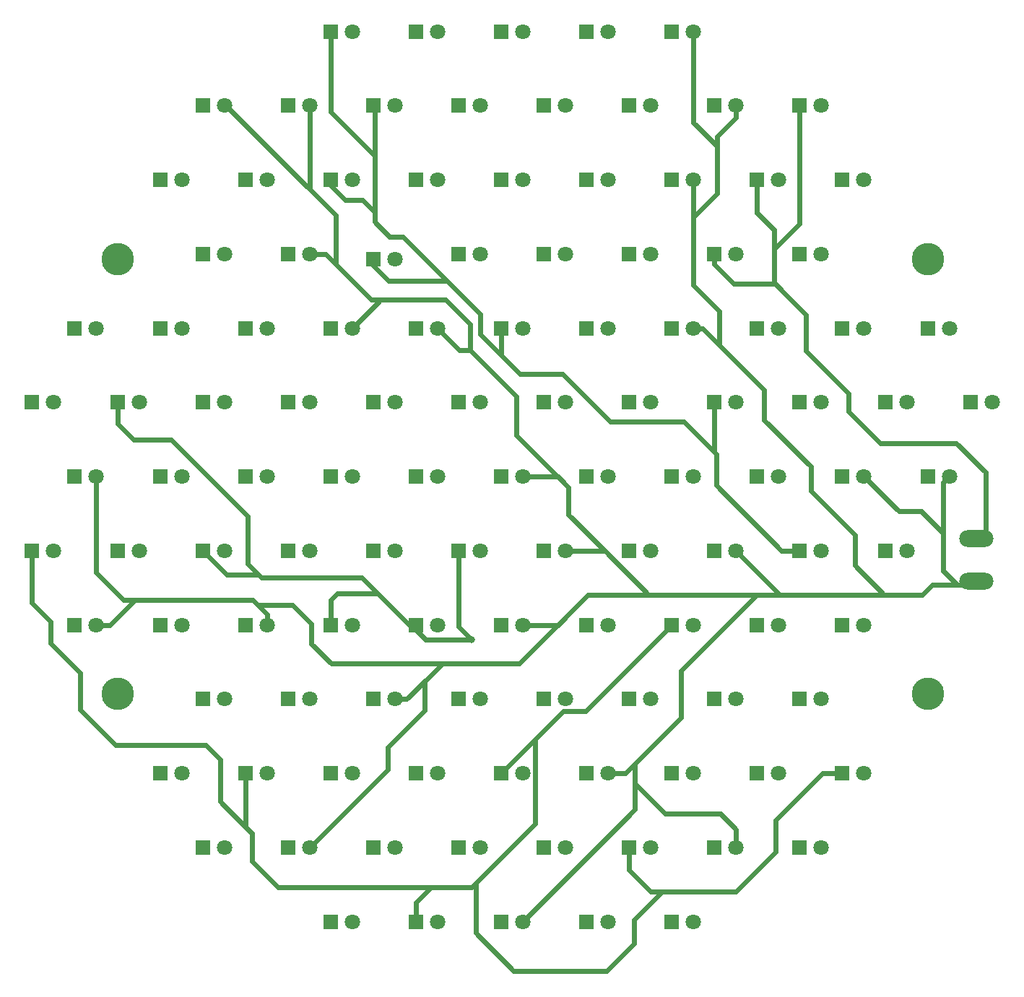
<source format=gbl>
G04 #@! TF.GenerationSoftware,KiCad,Pcbnew,7.0.5-7.0.5~ubuntu20.04.1*
G04 #@! TF.CreationDate,2023-12-18T21:42:52-03:00*
G04 #@! TF.ProjectId,LEDS,4c454453-2e6b-4696-9361-645f70636258,rev?*
G04 #@! TF.SameCoordinates,Original*
G04 #@! TF.FileFunction,Copper,L2,Bot*
G04 #@! TF.FilePolarity,Positive*
%FSLAX46Y46*%
G04 Gerber Fmt 4.6, Leading zero omitted, Abs format (unit mm)*
G04 Created by KiCad (PCBNEW 7.0.5-7.0.5~ubuntu20.04.1) date 2023-12-18 21:42:52*
%MOMM*%
%LPD*%
G01*
G04 APERTURE LIST*
G04 #@! TA.AperFunction,ComponentPad*
%ADD10O,4.000000X2.000000*%
G04 #@! TD*
G04 #@! TA.AperFunction,ComponentPad*
%ADD11R,1.800000X1.800000*%
G04 #@! TD*
G04 #@! TA.AperFunction,ComponentPad*
%ADD12C,1.800000*%
G04 #@! TD*
G04 #@! TA.AperFunction,ViaPad*
%ADD13C,3.800000*%
G04 #@! TD*
G04 #@! TA.AperFunction,ViaPad*
%ADD14C,0.800000*%
G04 #@! TD*
G04 #@! TA.AperFunction,Conductor*
%ADD15C,0.609600*%
G04 #@! TD*
G04 APERTURE END LIST*
D10*
X155750000Y-112250000D03*
X155750000Y-107250000D03*
D11*
X65000000Y-143500000D03*
D12*
X67540000Y-143500000D03*
D11*
X50000000Y-100000000D03*
D12*
X52540000Y-100000000D03*
D11*
X115000000Y-108700000D03*
D12*
X117540000Y-108700000D03*
D11*
X100000000Y-100000000D03*
D12*
X102540000Y-100000000D03*
D11*
X85000000Y-143500000D03*
D12*
X87540000Y-143500000D03*
D11*
X120000000Y-47800000D03*
D12*
X122540000Y-47800000D03*
D11*
X60000000Y-65200000D03*
D12*
X62540000Y-65200000D03*
D11*
X75000000Y-108700000D03*
D12*
X77540000Y-108700000D03*
D11*
X75000000Y-73900000D03*
D12*
X77540000Y-73900000D03*
D11*
X80000000Y-152200000D03*
D12*
X82540000Y-152200000D03*
D11*
X80000000Y-134800000D03*
D12*
X82540000Y-134800000D03*
D11*
X90000000Y-117400000D03*
D12*
X92540000Y-117400000D03*
D11*
X95000000Y-73900000D03*
D12*
X97540000Y-73900000D03*
D11*
X135000000Y-143500000D03*
D12*
X137540000Y-143500000D03*
D11*
X55000000Y-91300000D03*
D12*
X57540000Y-91300000D03*
D11*
X70000000Y-100000000D03*
D12*
X72540000Y-100000000D03*
D11*
X50000000Y-117400000D03*
D12*
X52540000Y-117400000D03*
D11*
X150000000Y-82600000D03*
D12*
X152540000Y-82600000D03*
D11*
X125000000Y-91300000D03*
D12*
X127540000Y-91300000D03*
D11*
X90000000Y-100000000D03*
D12*
X92540000Y-100000000D03*
D11*
X85000000Y-91300000D03*
D12*
X87540000Y-91300000D03*
D11*
X120000000Y-152200000D03*
D12*
X122540000Y-152200000D03*
D11*
X115000000Y-56500000D03*
D12*
X117540000Y-56500000D03*
D11*
X95000000Y-56500000D03*
D12*
X97540000Y-56500000D03*
D11*
X90000000Y-47800000D03*
D12*
X92540000Y-47800000D03*
D11*
X60000000Y-117400000D03*
D12*
X62540000Y-117400000D03*
D11*
X130000000Y-117400000D03*
D12*
X132540000Y-117400000D03*
D11*
X145000000Y-91300000D03*
D12*
X147540000Y-91300000D03*
D11*
X50000000Y-82600000D03*
D12*
X52540000Y-82600000D03*
D11*
X110000000Y-82600000D03*
D12*
X112540000Y-82600000D03*
D11*
X125000000Y-126100000D03*
D12*
X127540000Y-126100000D03*
D11*
X65000000Y-126100000D03*
D12*
X67540000Y-126100000D03*
D11*
X65000000Y-73900000D03*
D12*
X67540000Y-73900000D03*
D11*
X105000000Y-108700000D03*
D12*
X107540000Y-108700000D03*
D11*
X110000000Y-152200000D03*
D12*
X112540000Y-152200000D03*
D11*
X110000000Y-47800000D03*
D12*
X112540000Y-47800000D03*
D11*
X70000000Y-117400000D03*
D12*
X72540000Y-117400000D03*
D11*
X75000000Y-91300000D03*
D12*
X77540000Y-91300000D03*
D11*
X85000000Y-126100000D03*
D12*
X87540000Y-126100000D03*
D11*
X120000000Y-134800000D03*
D12*
X122540000Y-134800000D03*
D11*
X90000000Y-134800000D03*
D12*
X92540000Y-134800000D03*
D11*
X65000000Y-91300000D03*
D12*
X67540000Y-91300000D03*
D11*
X80000000Y-82600000D03*
D12*
X82540000Y-82600000D03*
D11*
X105000000Y-91300000D03*
D12*
X107540000Y-91300000D03*
D11*
X80000000Y-65200000D03*
D12*
X82540000Y-65200000D03*
D11*
X125000000Y-73900000D03*
D12*
X127540000Y-73900000D03*
D11*
X110000000Y-65200000D03*
D12*
X112540000Y-65200000D03*
D11*
X110000000Y-100000000D03*
D12*
X112540000Y-100000000D03*
D11*
X125000000Y-143500000D03*
D12*
X127540000Y-143500000D03*
D11*
X100000000Y-117400000D03*
D12*
X102540000Y-117400000D03*
D11*
X55000000Y-108700000D03*
D12*
X57540000Y-108700000D03*
D11*
X45000000Y-108700000D03*
D12*
X47540000Y-108700000D03*
D11*
X65000000Y-108700000D03*
D12*
X67540000Y-108700000D03*
D11*
X85000000Y-56500000D03*
D12*
X87540000Y-56500000D03*
D11*
X115000000Y-91300000D03*
D12*
X117540000Y-91300000D03*
D11*
X120000000Y-65200000D03*
D12*
X122540000Y-65200000D03*
D11*
X130000000Y-100000000D03*
D12*
X132540000Y-100000000D03*
D11*
X60000000Y-100000000D03*
D12*
X62540000Y-100000000D03*
D11*
X70000000Y-134800000D03*
D12*
X72540000Y-134800000D03*
D11*
X75000000Y-126100000D03*
D12*
X77540000Y-126100000D03*
D11*
X115000000Y-126100000D03*
D12*
X117540000Y-126100000D03*
D11*
X100000000Y-65200000D03*
D12*
X102540000Y-65200000D03*
D11*
X95000000Y-91300000D03*
D12*
X97540000Y-91300000D03*
D11*
X140000000Y-82600000D03*
D12*
X142540000Y-82600000D03*
D11*
X70000000Y-82600000D03*
D12*
X72540000Y-82600000D03*
D11*
X90000000Y-65200000D03*
D12*
X92540000Y-65200000D03*
D11*
X135000000Y-91300000D03*
D12*
X137540000Y-91300000D03*
D11*
X80000000Y-47800000D03*
D12*
X82540000Y-47800000D03*
D11*
X110000000Y-117400000D03*
D12*
X112540000Y-117400000D03*
D11*
X125000000Y-108700000D03*
D12*
X127540000Y-108700000D03*
D11*
X60000000Y-134800000D03*
D12*
X62540000Y-134800000D03*
D11*
X120000000Y-100000000D03*
D12*
X122540000Y-100000000D03*
D11*
X130000000Y-65200000D03*
D12*
X132540000Y-65200000D03*
D11*
X115000000Y-143500000D03*
D12*
X117540000Y-143500000D03*
D11*
X100000000Y-134800000D03*
D12*
X102540000Y-134800000D03*
D11*
X135000000Y-73900000D03*
D12*
X137540000Y-73900000D03*
D11*
X135000000Y-56500000D03*
D12*
X137540000Y-56500000D03*
D11*
X110000000Y-134800000D03*
D12*
X112540000Y-134800000D03*
D11*
X60000000Y-82600000D03*
D12*
X62540000Y-82600000D03*
D11*
X90000000Y-152200000D03*
D12*
X92540000Y-152200000D03*
D11*
X105000000Y-126100000D03*
D12*
X107540000Y-126100000D03*
D11*
X75000000Y-56500000D03*
D12*
X77540000Y-56500000D03*
D11*
X115000000Y-73900000D03*
D12*
X117540000Y-73900000D03*
D11*
X140000000Y-134800000D03*
D12*
X142540000Y-134800000D03*
D11*
X120000000Y-117400000D03*
D12*
X122540000Y-117400000D03*
D11*
X80000000Y-117400000D03*
D12*
X82540000Y-117400000D03*
D11*
X130000000Y-82600000D03*
D12*
X132540000Y-82600000D03*
D11*
X95000000Y-126100000D03*
D12*
X97540000Y-126100000D03*
D11*
X85000000Y-74550000D03*
D12*
X87540000Y-74550000D03*
D11*
X75000000Y-143500000D03*
D12*
X77540000Y-143500000D03*
D11*
X100000000Y-47800000D03*
D12*
X102540000Y-47800000D03*
D11*
X100000000Y-82600000D03*
D12*
X102540000Y-82600000D03*
D11*
X65000000Y-56500000D03*
D12*
X67540000Y-56500000D03*
D11*
X105000000Y-56500000D03*
D12*
X107540000Y-56500000D03*
D11*
X140000000Y-100000000D03*
D12*
X142540000Y-100000000D03*
D11*
X135000000Y-108700000D03*
D12*
X137540000Y-108700000D03*
D11*
X150000000Y-100000000D03*
D12*
X152540000Y-100000000D03*
D11*
X100000000Y-152200000D03*
D12*
X102540000Y-152200000D03*
D11*
X70000000Y-65200000D03*
D12*
X72540000Y-65200000D03*
D11*
X155000000Y-91300000D03*
D12*
X157540000Y-91300000D03*
D11*
X130000000Y-134800000D03*
D12*
X132540000Y-134800000D03*
D11*
X80000000Y-100000000D03*
D12*
X82540000Y-100000000D03*
D11*
X85000000Y-108700000D03*
D12*
X87540000Y-108700000D03*
D11*
X145000000Y-108700000D03*
D12*
X147540000Y-108700000D03*
D11*
X125000000Y-56500000D03*
D12*
X127540000Y-56500000D03*
D11*
X90000000Y-82600000D03*
D12*
X92540000Y-82600000D03*
D11*
X140000000Y-117400000D03*
D12*
X142540000Y-117400000D03*
D11*
X120000000Y-82600000D03*
D12*
X122540000Y-82600000D03*
D11*
X45000000Y-91300000D03*
D12*
X47540000Y-91300000D03*
D11*
X140000000Y-65200000D03*
D12*
X142540000Y-65200000D03*
D11*
X95000000Y-143500000D03*
D12*
X97540000Y-143500000D03*
D11*
X105000000Y-73900000D03*
D12*
X107540000Y-73900000D03*
D11*
X135000000Y-126100000D03*
D12*
X137540000Y-126100000D03*
D11*
X95000000Y-108700000D03*
D12*
X97540000Y-108700000D03*
D11*
X105000000Y-143500000D03*
D12*
X107540000Y-143500000D03*
D13*
X55000000Y-74500000D03*
X150000000Y-74500000D03*
X150000000Y-125500000D03*
X55000000Y-125500000D03*
D14*
X96500000Y-119100000D03*
D15*
X102100000Y-121950000D02*
X107625000Y-116425000D01*
X107625000Y-116425000D02*
X110200000Y-113850000D01*
X102540000Y-117400000D02*
X106650000Y-117400000D01*
X106650000Y-117400000D02*
X107625000Y-116425000D01*
X94550000Y-77950000D02*
X97550000Y-80950000D01*
X97550000Y-80950000D02*
X97550000Y-83300000D01*
X97550000Y-83300000D02*
X100075000Y-85825000D01*
X87000000Y-79250000D02*
X93450000Y-79250000D01*
X93450000Y-79250000D02*
X96350000Y-82150000D01*
X96350000Y-82150000D02*
X96350000Y-85150000D01*
X125000000Y-73900000D02*
X125000000Y-75100000D01*
X127300000Y-77400000D02*
X132150000Y-77400000D01*
X125000000Y-75100000D02*
X127300000Y-77400000D01*
X132150000Y-77400000D02*
X132875000Y-78125000D01*
X132000000Y-77250000D02*
X132875000Y-78125000D01*
X132875000Y-78125000D02*
X135750000Y-81000000D01*
X132000000Y-73350000D02*
X132000000Y-74350000D01*
X132000000Y-74350000D02*
X132000000Y-77250000D01*
X130000000Y-65200000D02*
X130000000Y-69050000D01*
X130000000Y-69050000D02*
X132000000Y-71050000D01*
X132000000Y-71050000D02*
X132000000Y-74350000D01*
X112150000Y-108700000D02*
X112350000Y-108900000D01*
X122540000Y-58490000D02*
X125300000Y-61250000D01*
X77750000Y-117300000D02*
X77750000Y-119600000D01*
X70850000Y-114450000D02*
X72540000Y-116140000D01*
X80600000Y-69350000D02*
X80600000Y-75100000D01*
X115700000Y-136000000D02*
X115700000Y-133650000D01*
X110200000Y-113850000D02*
X117300000Y-113850000D01*
X95090000Y-85150000D02*
X96350000Y-85150000D01*
X125600000Y-80600000D02*
X125600000Y-84200000D01*
X52540000Y-111240000D02*
X55750000Y-114450000D01*
X106650000Y-100000000D02*
X107400000Y-100750000D01*
X152540000Y-100000000D02*
X151850000Y-100690000D01*
X75550000Y-115100000D02*
X77750000Y-117300000D01*
X125600000Y-84550000D02*
X130850000Y-89800000D01*
X84750000Y-79250000D02*
X87000000Y-79250000D01*
X132690000Y-113850000D02*
X127540000Y-108700000D01*
X67540000Y-56410000D02*
X67600000Y-56350000D01*
X91000000Y-124050000D02*
X91250000Y-123800000D01*
X122540000Y-69240000D02*
X122700000Y-69400000D01*
X127540000Y-143500000D02*
X127540000Y-141390000D01*
X86700000Y-134340000D02*
X86700000Y-131750000D01*
X130850000Y-93350000D02*
X136350000Y-98850000D01*
X125600000Y-84200000D02*
X125600000Y-84550000D01*
X79400000Y-73900000D02*
X80750000Y-75250000D01*
X136350000Y-98850000D02*
X136350000Y-101700000D01*
X107540000Y-108700000D02*
X112150000Y-108700000D01*
X85890000Y-79250000D02*
X87000000Y-79250000D01*
X77540000Y-56500000D02*
X77540000Y-66290000D01*
X57100000Y-114450000D02*
X70850000Y-114450000D01*
X86700000Y-131750000D02*
X91000000Y-127450000D01*
X77540000Y-66290000D02*
X77700000Y-66450000D01*
X77540000Y-143500000D02*
X86700000Y-134340000D01*
X130850000Y-89800000D02*
X130850000Y-93350000D01*
X136350000Y-101700000D02*
X141500000Y-106850000D01*
X96350000Y-85150000D02*
X101800000Y-90600000D01*
X80750000Y-75250000D02*
X84750000Y-79250000D01*
X121050000Y-128300000D02*
X121050000Y-122750000D01*
X127540000Y-57910000D02*
X127540000Y-56500000D01*
X116000000Y-133350000D02*
X121050000Y-128300000D01*
X101800000Y-95150000D02*
X107400000Y-100750000D01*
X93100000Y-121950000D02*
X94100000Y-121950000D01*
X115700000Y-139040000D02*
X115700000Y-133650000D01*
X151850000Y-106650000D02*
X151850000Y-111063173D01*
X94100000Y-121950000D02*
X102100000Y-121950000D01*
X115700000Y-133650000D02*
X116000000Y-133350000D01*
X119250000Y-139550000D02*
X115700000Y-136000000D01*
X91250000Y-123800000D02*
X93100000Y-121950000D01*
X133250000Y-113850000D02*
X144900000Y-113850000D01*
X151850000Y-111063173D02*
X153500000Y-112713173D01*
X142540000Y-100000000D02*
X146640000Y-104100000D01*
X144900000Y-113850000D02*
X149400000Y-113850000D01*
X125300000Y-61250000D02*
X125300000Y-60150000D01*
X88950000Y-126100000D02*
X91250000Y-123800000D01*
X54150000Y-117400000D02*
X57100000Y-114450000D01*
X125300000Y-60150000D02*
X127540000Y-57910000D01*
X77540000Y-73900000D02*
X79400000Y-73900000D01*
X125300000Y-61250000D02*
X125300000Y-66800000D01*
X129950000Y-113850000D02*
X130900000Y-113850000D01*
X112350000Y-108900000D02*
X117300000Y-113850000D01*
X125300000Y-66800000D02*
X122700000Y-69400000D01*
X67600000Y-56350000D02*
X77700000Y-66450000D01*
X141500000Y-106850000D02*
X141500000Y-110450000D01*
X55750000Y-114450000D02*
X57100000Y-114450000D01*
X149400000Y-113850000D02*
X150536827Y-112713173D01*
X121050000Y-122750000D02*
X129950000Y-113850000D01*
X122540000Y-65200000D02*
X122540000Y-69240000D01*
X107900000Y-104450000D02*
X112350000Y-108900000D01*
X123650000Y-82600000D02*
X125600000Y-84550000D01*
X133250000Y-113850000D02*
X132690000Y-113850000D01*
X122700000Y-69400000D02*
X122550000Y-69550000D01*
X153500000Y-112713173D02*
X156772614Y-112713173D01*
X72540000Y-116140000D02*
X72540000Y-117400000D01*
X87540000Y-126100000D02*
X88950000Y-126100000D01*
X127540000Y-141390000D02*
X125700000Y-139550000D01*
X91000000Y-127450000D02*
X91000000Y-124050000D01*
X114550000Y-134800000D02*
X116000000Y-133350000D01*
X107400000Y-100750000D02*
X107900000Y-101250000D01*
X125700000Y-139550000D02*
X119250000Y-139550000D01*
X149300000Y-104100000D02*
X151850000Y-106650000D01*
X122540000Y-82600000D02*
X123650000Y-82600000D01*
X52540000Y-100000000D02*
X52540000Y-111240000D01*
X122540000Y-69540000D02*
X122550000Y-69550000D01*
X80600000Y-75100000D02*
X80750000Y-75250000D01*
X150536827Y-112713173D02*
X153500000Y-112713173D01*
X130900000Y-113850000D02*
X133250000Y-113850000D01*
X67540000Y-56500000D02*
X67540000Y-56410000D01*
X146640000Y-104100000D02*
X149300000Y-104100000D01*
X122540000Y-47800000D02*
X122540000Y-58490000D01*
X82540000Y-82600000D02*
X85890000Y-79250000D01*
X77700000Y-66450000D02*
X80600000Y-69350000D01*
X70850000Y-114450000D02*
X71500000Y-115100000D01*
X52540000Y-117400000D02*
X54150000Y-117400000D01*
X141500000Y-110450000D02*
X144900000Y-113850000D01*
X112540000Y-134800000D02*
X114550000Y-134800000D01*
X77750000Y-119600000D02*
X80100000Y-121950000D01*
X102540000Y-100000000D02*
X106650000Y-100000000D01*
X80100000Y-121950000D02*
X94100000Y-121950000D01*
X101800000Y-90600000D02*
X101800000Y-95150000D01*
X117300000Y-113850000D02*
X130900000Y-113850000D01*
X122540000Y-69240000D02*
X122540000Y-69540000D01*
X102540000Y-152200000D02*
X115700000Y-139040000D01*
X92540000Y-82600000D02*
X95090000Y-85150000D01*
X107900000Y-101250000D02*
X107900000Y-104450000D01*
X71500000Y-115100000D02*
X75550000Y-115100000D01*
X122550000Y-69550000D02*
X122550000Y-77550000D01*
X151850000Y-100690000D02*
X151850000Y-106650000D01*
X122550000Y-77550000D02*
X125600000Y-80600000D01*
X112350000Y-157950000D02*
X115550000Y-154750000D01*
X80000000Y-65200000D02*
X80000000Y-65900000D01*
X132150000Y-144000000D02*
X132150000Y-140300000D01*
X83700000Y-111850000D02*
X71850000Y-111850000D01*
X127500000Y-148650000D02*
X132150000Y-144000000D01*
X101450000Y-157950000D02*
X112350000Y-157950000D01*
X56900000Y-95700000D02*
X55000000Y-93800000D01*
X71850000Y-111850000D02*
X71550000Y-111550000D01*
X88450000Y-71850000D02*
X94550000Y-77950000D01*
X97000000Y-147650000D02*
X96500000Y-148150000D01*
X55000000Y-93800000D02*
X55000000Y-91300000D01*
X90000000Y-117950000D02*
X91150000Y-119100000D01*
X103944800Y-140705200D02*
X97000000Y-147650000D01*
X90000000Y-117400000D02*
X89250000Y-117400000D01*
X73800000Y-148150000D02*
X91800000Y-148150000D01*
X95000000Y-117600000D02*
X96500000Y-119100000D01*
X86750000Y-77050000D02*
X93650000Y-77050000D01*
X70750000Y-145100000D02*
X73800000Y-148150000D01*
X125000000Y-91300000D02*
X125000000Y-97150000D01*
X96500000Y-148150000D02*
X93000000Y-148150000D01*
X125200000Y-97350000D02*
X125200000Y-101050000D01*
X47150000Y-117000000D02*
X47150000Y-119550000D01*
X135750000Y-81000000D02*
X135750000Y-85250000D01*
X61300000Y-95700000D02*
X56900000Y-95700000D01*
X117550000Y-148650000D02*
X122300000Y-148650000D01*
X70250000Y-110250000D02*
X70250000Y-104650000D01*
X70000000Y-141050000D02*
X70000000Y-134800000D01*
X107295200Y-127504800D02*
X109895200Y-127504800D01*
X67025000Y-138075000D02*
X70475000Y-141525000D01*
X67025000Y-133175000D02*
X67025000Y-138075000D01*
X90000000Y-117400000D02*
X90000000Y-117950000D01*
X103944800Y-130894800D02*
X103944800Y-140705200D01*
X93650000Y-77050000D02*
X94550000Y-77950000D01*
X153350000Y-96100000D02*
X156772614Y-99522614D01*
X85000000Y-75300000D02*
X86750000Y-77050000D01*
X85150000Y-56650000D02*
X85150000Y-62400000D01*
X70475000Y-141525000D02*
X70000000Y-141050000D01*
X54750000Y-131500000D02*
X65350000Y-131500000D01*
X135000000Y-70350000D02*
X132000000Y-73350000D01*
X91800000Y-148150000D02*
X93000000Y-148150000D01*
X102200000Y-87950000D02*
X107200000Y-87950000D01*
X100000000Y-82600000D02*
X100000000Y-85750000D01*
X80750000Y-113700000D02*
X85550000Y-113700000D01*
X107200000Y-87950000D02*
X112800000Y-93550000D01*
X125000000Y-97150000D02*
X125200000Y-97350000D01*
X140750000Y-90250000D02*
X140750000Y-92400000D01*
X97000000Y-147650000D02*
X97000000Y-153500000D01*
X103925000Y-130875000D02*
X103944800Y-130894800D01*
X115000000Y-143500000D02*
X115000000Y-146100000D01*
X125200000Y-101050000D02*
X132850000Y-108700000D01*
X86900000Y-71850000D02*
X88450000Y-71850000D01*
X50600000Y-127350000D02*
X54750000Y-131500000D01*
X70475000Y-141525000D02*
X70750000Y-141800000D01*
X97000000Y-153500000D02*
X101450000Y-157950000D01*
X90000000Y-149950000D02*
X91800000Y-148150000D01*
X80000000Y-114450000D02*
X80750000Y-113700000D01*
X95000000Y-108700000D02*
X95000000Y-117600000D01*
X80000000Y-57250000D02*
X80000000Y-47800000D01*
X65000000Y-108700000D02*
X67850000Y-111550000D01*
X122300000Y-148650000D02*
X127500000Y-148650000D01*
X115550000Y-151950000D02*
X118850000Y-148650000D01*
X156772614Y-99522614D02*
X156772614Y-107713173D01*
X144450000Y-96100000D02*
X153350000Y-96100000D01*
X135000000Y-56500000D02*
X135000000Y-70350000D01*
X140750000Y-92400000D02*
X144450000Y-96100000D01*
X70250000Y-104650000D02*
X61300000Y-95700000D01*
X100000000Y-134800000D02*
X103925000Y-130875000D01*
X100000000Y-85750000D02*
X100075000Y-85825000D01*
X115550000Y-154750000D02*
X115550000Y-151950000D01*
X103925000Y-130875000D02*
X107295200Y-127504800D01*
X85000000Y-74550000D02*
X85000000Y-75300000D01*
X45000000Y-108700000D02*
X45000000Y-114850000D01*
X80000000Y-117400000D02*
X80000000Y-114450000D01*
X70750000Y-141800000D02*
X70750000Y-145100000D01*
X121400000Y-93550000D02*
X125200000Y-97350000D01*
X115000000Y-146100000D02*
X117550000Y-148650000D01*
X137650000Y-134800000D02*
X140000000Y-134800000D01*
X45000000Y-114850000D02*
X47150000Y-117000000D01*
X109895200Y-127504800D02*
X120000000Y-117400000D01*
X91150000Y-119100000D02*
X96500000Y-119100000D01*
X85550000Y-113700000D02*
X83700000Y-111850000D01*
X71550000Y-111550000D02*
X70250000Y-110250000D01*
X100075000Y-85825000D02*
X102200000Y-87950000D01*
X81700000Y-67600000D02*
X83750000Y-67600000D01*
X118850000Y-148650000D02*
X122300000Y-148650000D01*
X83750000Y-67600000D02*
X85150000Y-69000000D01*
X85000000Y-56500000D02*
X85150000Y-56650000D01*
X85150000Y-69000000D02*
X85150000Y-70100000D01*
X135750000Y-85250000D02*
X140750000Y-90250000D01*
X65350000Y-131500000D02*
X67025000Y-133175000D01*
X80000000Y-65900000D02*
X81700000Y-67600000D01*
X67850000Y-111550000D02*
X71550000Y-111550000D01*
X90000000Y-152200000D02*
X90000000Y-149950000D01*
X89250000Y-117400000D02*
X85550000Y-113700000D01*
X85150000Y-62400000D02*
X80000000Y-57250000D01*
X50600000Y-123000000D02*
X50600000Y-127350000D01*
X85150000Y-69000000D02*
X85150000Y-62400000D01*
X85150000Y-70100000D02*
X86900000Y-71850000D01*
X47150000Y-119550000D02*
X50600000Y-123000000D01*
X132150000Y-140300000D02*
X137650000Y-134800000D01*
X132850000Y-108700000D02*
X135000000Y-108700000D01*
X112800000Y-93550000D02*
X121400000Y-93550000D01*
M02*

</source>
